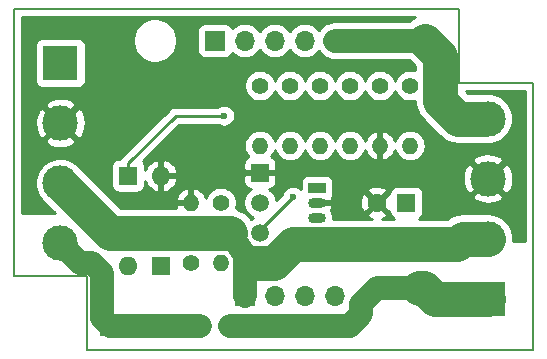
<source format=gbl>
G04 #@! TF.GenerationSoftware,KiCad,Pcbnew,5.1.4+dfsg1-1*
G04 #@! TF.CreationDate,2020-08-30T00:54:54+02:00*
G04 #@! TF.ProjectId,C64Saver2,43363453-6176-4657-9232-2e6b69636164,rev?*
G04 #@! TF.SameCoordinates,Original*
G04 #@! TF.FileFunction,Copper,L2,Bot*
G04 #@! TF.FilePolarity,Positive*
%FSLAX46Y46*%
G04 Gerber Fmt 4.6, Leading zero omitted, Abs format (unit mm)*
G04 Created by KiCad (PCBNEW 5.1.4+dfsg1-1) date 2020-08-30 00:54:54*
%MOMM*%
%LPD*%
G04 APERTURE LIST*
%ADD10C,0.150000*%
%ADD11R,1.600000X1.600000*%
%ADD12C,1.600000*%
%ADD13C,3.000000*%
%ADD14R,3.000000X3.000000*%
%ADD15O,1.600000X1.600000*%
%ADD16O,1.500000X0.900000*%
%ADD17R,1.500000X0.900000*%
%ADD18R,1.700000X1.700000*%
%ADD19O,1.700000X1.700000*%
%ADD20C,1.400000*%
%ADD21O,1.400000X1.400000*%
%ADD22C,1.520000*%
%ADD23R,1.520000X1.520000*%
%ADD24C,0.600000*%
%ADD25C,0.250000*%
%ADD26C,3.000000*%
%ADD27C,2.000000*%
%ADD28C,0.254000*%
G04 APERTURE END LIST*
D10*
X140462000Y-106299000D02*
X140462000Y-83693000D01*
X146685000Y-106299000D02*
X140462000Y-106299000D01*
X146685000Y-112522000D02*
X146685000Y-106299000D01*
X184404000Y-112522000D02*
X146685000Y-112522000D01*
X184404000Y-89916000D02*
X184404000Y-112522000D01*
X178181000Y-89916000D02*
X184404000Y-89916000D01*
X178181000Y-83693000D02*
X178181000Y-89916000D01*
X140462000Y-83693000D02*
X178181000Y-83693000D01*
D11*
X173696000Y-100076000D03*
D12*
X171196000Y-100076000D03*
D13*
X144399000Y-93345000D03*
X144399000Y-98425000D03*
D14*
X144399000Y-88265000D03*
D13*
X144399000Y-103505000D03*
D11*
X152908000Y-105410000D03*
D15*
X152908000Y-97790000D03*
D11*
X150114000Y-97790000D03*
D15*
X150114000Y-105410000D03*
D13*
X180594000Y-103124000D03*
X180594000Y-98044000D03*
D14*
X180594000Y-108204000D03*
D13*
X180594000Y-92964000D03*
D16*
X166116000Y-100076000D03*
X166116000Y-101346000D03*
D17*
X166116000Y-98806000D03*
D18*
X157480000Y-86360000D03*
D19*
X160020000Y-86360000D03*
X162560000Y-86360000D03*
X165100000Y-86360000D03*
X167640000Y-86360000D03*
X170180000Y-86360000D03*
X172720000Y-86360000D03*
X175260000Y-86360000D03*
D18*
X148590000Y-110490000D03*
D19*
X151130000Y-110490000D03*
X153670000Y-110490000D03*
X156210000Y-110490000D03*
X158750000Y-110490000D03*
X161290000Y-110490000D03*
X163830000Y-110490000D03*
X166370000Y-110490000D03*
D18*
X160020000Y-107950000D03*
D19*
X162560000Y-107950000D03*
X165100000Y-107950000D03*
X167640000Y-107950000D03*
D20*
X173990000Y-90170000D03*
D21*
X173990000Y-95250000D03*
D20*
X171450000Y-90170000D03*
D21*
X171450000Y-95250000D03*
D20*
X168910000Y-90170000D03*
D21*
X168910000Y-95250000D03*
D20*
X166370000Y-90170000D03*
D21*
X166370000Y-95250000D03*
D20*
X163830000Y-90170000D03*
D21*
X163830000Y-95250000D03*
D20*
X161290000Y-90170000D03*
D21*
X161290000Y-95250000D03*
D20*
X157988000Y-100076000D03*
D21*
X157988000Y-105156000D03*
D20*
X155448000Y-105156000D03*
D21*
X155448000Y-100076000D03*
D22*
X161290000Y-100076000D03*
X161290000Y-102616000D03*
D23*
X161290000Y-97536000D03*
D24*
X158242000Y-92710000D03*
X164084000Y-99568000D03*
D25*
X150114000Y-97790000D02*
X150114000Y-96740000D01*
X150114000Y-96740000D02*
X154144000Y-92710000D01*
X154144000Y-92710000D02*
X157817736Y-92710000D01*
X157817736Y-92710000D02*
X158242000Y-92710000D01*
D26*
X176530000Y-91440000D02*
X176530000Y-87630000D01*
X176530000Y-87630000D02*
X175260000Y-86360000D01*
X178054000Y-92964000D02*
X176530000Y-91440000D01*
X180213000Y-92964000D02*
X178054000Y-92964000D01*
D27*
X170180000Y-86360000D02*
X167640000Y-86360000D01*
X172720000Y-86360000D02*
X170180000Y-86360000D01*
X175260000Y-86360000D02*
X172720000Y-86360000D01*
D25*
X164084000Y-99568000D02*
X161290000Y-102362000D01*
X161290000Y-102362000D02*
X161290000Y-102616000D01*
D27*
X171175959Y-107312619D02*
X174752000Y-107312619D01*
X174752000Y-107312619D02*
X175821619Y-107312619D01*
D26*
X180594000Y-108204000D02*
X176094000Y-108204000D01*
X175202619Y-107312619D02*
X174752000Y-107312619D01*
X176094000Y-108204000D02*
X175202619Y-107312619D01*
D27*
X161290000Y-110490000D02*
X158750000Y-110490000D01*
X163830000Y-110490000D02*
X161290000Y-110490000D01*
X166370000Y-110490000D02*
X163830000Y-110490000D01*
X166370000Y-110490000D02*
X168910000Y-110490000D01*
X168910000Y-110490000D02*
X169849959Y-109550041D01*
X169849959Y-109550041D02*
X169849959Y-108638619D01*
X169849959Y-108638619D02*
X171175959Y-107312619D01*
X175821619Y-107312619D02*
X176713000Y-108204000D01*
X176713000Y-108204000D02*
X180213000Y-108204000D01*
X158729999Y-102655999D02*
X160488001Y-105176001D01*
D26*
X144399000Y-98425000D02*
X148629999Y-102655999D01*
X148629999Y-102655999D02*
X157480000Y-102655999D01*
X157480000Y-102655999D02*
X158729999Y-102655999D01*
D27*
X160488001Y-105176001D02*
X160404001Y-104676001D01*
D26*
X180594000Y-103124000D02*
X178472680Y-103124000D01*
X178472680Y-103124000D02*
X178000670Y-103596010D01*
X178000670Y-103596010D02*
X164098792Y-103596010D01*
X164098792Y-103596010D02*
X162518801Y-105176001D01*
X162518801Y-105176001D02*
X160488001Y-105176001D01*
D27*
X160020000Y-107950000D02*
X160020000Y-105100000D01*
X160020000Y-105100000D02*
X160404001Y-104715999D01*
X160404001Y-104715999D02*
X160404001Y-104676001D01*
X144399000Y-103505000D02*
X146050000Y-105156000D01*
X146050000Y-105156000D02*
X147066000Y-105156000D01*
X147066000Y-105156000D02*
X147955000Y-106045000D01*
X147955000Y-106045000D02*
X147955000Y-109855000D01*
X147955000Y-109855000D02*
X148590000Y-110490000D01*
X151130000Y-110490000D02*
X148590000Y-110490000D01*
X153670000Y-110490000D02*
X151130000Y-110490000D01*
X156210000Y-110490000D02*
X153670000Y-110490000D01*
D28*
G36*
X174068119Y-84576224D02*
G01*
X173886835Y-84725000D01*
X167559678Y-84725000D01*
X167319484Y-84748657D01*
X167011285Y-84842148D01*
X166727248Y-84993969D01*
X166478286Y-85198286D01*
X166273969Y-85447248D01*
X166273186Y-85448713D01*
X166155134Y-85304866D01*
X165929014Y-85119294D01*
X165671034Y-84981401D01*
X165391111Y-84896487D01*
X165172950Y-84875000D01*
X165027050Y-84875000D01*
X164808889Y-84896487D01*
X164528966Y-84981401D01*
X164270986Y-85119294D01*
X164044866Y-85304866D01*
X163859294Y-85530986D01*
X163830000Y-85585791D01*
X163800706Y-85530986D01*
X163615134Y-85304866D01*
X163389014Y-85119294D01*
X163131034Y-84981401D01*
X162851111Y-84896487D01*
X162632950Y-84875000D01*
X162487050Y-84875000D01*
X162268889Y-84896487D01*
X161988966Y-84981401D01*
X161730986Y-85119294D01*
X161504866Y-85304866D01*
X161319294Y-85530986D01*
X161290000Y-85585791D01*
X161260706Y-85530986D01*
X161075134Y-85304866D01*
X160849014Y-85119294D01*
X160591034Y-84981401D01*
X160311111Y-84896487D01*
X160092950Y-84875000D01*
X159947050Y-84875000D01*
X159728889Y-84896487D01*
X159448966Y-84981401D01*
X159190986Y-85119294D01*
X158964866Y-85304866D01*
X158940393Y-85334687D01*
X158919502Y-85265820D01*
X158860537Y-85155506D01*
X158781185Y-85058815D01*
X158684494Y-84979463D01*
X158574180Y-84920498D01*
X158454482Y-84884188D01*
X158330000Y-84871928D01*
X156630000Y-84871928D01*
X156505518Y-84884188D01*
X156385820Y-84920498D01*
X156275506Y-84979463D01*
X156178815Y-85058815D01*
X156099463Y-85155506D01*
X156040498Y-85265820D01*
X156004188Y-85385518D01*
X155991928Y-85510000D01*
X155991928Y-87210000D01*
X156004188Y-87334482D01*
X156040498Y-87454180D01*
X156099463Y-87564494D01*
X156178815Y-87661185D01*
X156275506Y-87740537D01*
X156385820Y-87799502D01*
X156505518Y-87835812D01*
X156630000Y-87848072D01*
X158330000Y-87848072D01*
X158454482Y-87835812D01*
X158574180Y-87799502D01*
X158684494Y-87740537D01*
X158781185Y-87661185D01*
X158860537Y-87564494D01*
X158919502Y-87454180D01*
X158940393Y-87385313D01*
X158964866Y-87415134D01*
X159190986Y-87600706D01*
X159448966Y-87738599D01*
X159728889Y-87823513D01*
X159947050Y-87845000D01*
X160092950Y-87845000D01*
X160311111Y-87823513D01*
X160591034Y-87738599D01*
X160849014Y-87600706D01*
X161075134Y-87415134D01*
X161260706Y-87189014D01*
X161290000Y-87134209D01*
X161319294Y-87189014D01*
X161504866Y-87415134D01*
X161730986Y-87600706D01*
X161988966Y-87738599D01*
X162268889Y-87823513D01*
X162487050Y-87845000D01*
X162632950Y-87845000D01*
X162851111Y-87823513D01*
X163131034Y-87738599D01*
X163389014Y-87600706D01*
X163615134Y-87415134D01*
X163800706Y-87189014D01*
X163830000Y-87134209D01*
X163859294Y-87189014D01*
X164044866Y-87415134D01*
X164270986Y-87600706D01*
X164528966Y-87738599D01*
X164808889Y-87823513D01*
X165027050Y-87845000D01*
X165172950Y-87845000D01*
X165391111Y-87823513D01*
X165671034Y-87738599D01*
X165929014Y-87600706D01*
X166155134Y-87415134D01*
X166273186Y-87271287D01*
X166273969Y-87272752D01*
X166478286Y-87521714D01*
X166727248Y-87726031D01*
X167011285Y-87877852D01*
X167319484Y-87971343D01*
X167559678Y-87995000D01*
X173875655Y-87995000D01*
X174395001Y-88514346D01*
X174395001Y-88892764D01*
X174379405Y-88886304D01*
X174121486Y-88835000D01*
X173858514Y-88835000D01*
X173600595Y-88886304D01*
X173357641Y-88986939D01*
X173138987Y-89133038D01*
X172953038Y-89318987D01*
X172806939Y-89537641D01*
X172720000Y-89747530D01*
X172633061Y-89537641D01*
X172486962Y-89318987D01*
X172301013Y-89133038D01*
X172082359Y-88986939D01*
X171839405Y-88886304D01*
X171581486Y-88835000D01*
X171318514Y-88835000D01*
X171060595Y-88886304D01*
X170817641Y-88986939D01*
X170598987Y-89133038D01*
X170413038Y-89318987D01*
X170266939Y-89537641D01*
X170180000Y-89747530D01*
X170093061Y-89537641D01*
X169946962Y-89318987D01*
X169761013Y-89133038D01*
X169542359Y-88986939D01*
X169299405Y-88886304D01*
X169041486Y-88835000D01*
X168778514Y-88835000D01*
X168520595Y-88886304D01*
X168277641Y-88986939D01*
X168058987Y-89133038D01*
X167873038Y-89318987D01*
X167726939Y-89537641D01*
X167640000Y-89747530D01*
X167553061Y-89537641D01*
X167406962Y-89318987D01*
X167221013Y-89133038D01*
X167002359Y-88986939D01*
X166759405Y-88886304D01*
X166501486Y-88835000D01*
X166238514Y-88835000D01*
X165980595Y-88886304D01*
X165737641Y-88986939D01*
X165518987Y-89133038D01*
X165333038Y-89318987D01*
X165186939Y-89537641D01*
X165100000Y-89747530D01*
X165013061Y-89537641D01*
X164866962Y-89318987D01*
X164681013Y-89133038D01*
X164462359Y-88986939D01*
X164219405Y-88886304D01*
X163961486Y-88835000D01*
X163698514Y-88835000D01*
X163440595Y-88886304D01*
X163197641Y-88986939D01*
X162978987Y-89133038D01*
X162793038Y-89318987D01*
X162646939Y-89537641D01*
X162560000Y-89747530D01*
X162473061Y-89537641D01*
X162326962Y-89318987D01*
X162141013Y-89133038D01*
X161922359Y-88986939D01*
X161679405Y-88886304D01*
X161421486Y-88835000D01*
X161158514Y-88835000D01*
X160900595Y-88886304D01*
X160657641Y-88986939D01*
X160438987Y-89133038D01*
X160253038Y-89318987D01*
X160106939Y-89537641D01*
X160006304Y-89780595D01*
X159955000Y-90038514D01*
X159955000Y-90301486D01*
X160006304Y-90559405D01*
X160106939Y-90802359D01*
X160253038Y-91021013D01*
X160438987Y-91206962D01*
X160657641Y-91353061D01*
X160900595Y-91453696D01*
X161158514Y-91505000D01*
X161421486Y-91505000D01*
X161679405Y-91453696D01*
X161922359Y-91353061D01*
X162141013Y-91206962D01*
X162326962Y-91021013D01*
X162473061Y-90802359D01*
X162560000Y-90592470D01*
X162646939Y-90802359D01*
X162793038Y-91021013D01*
X162978987Y-91206962D01*
X163197641Y-91353061D01*
X163440595Y-91453696D01*
X163698514Y-91505000D01*
X163961486Y-91505000D01*
X164219405Y-91453696D01*
X164462359Y-91353061D01*
X164681013Y-91206962D01*
X164866962Y-91021013D01*
X165013061Y-90802359D01*
X165100000Y-90592470D01*
X165186939Y-90802359D01*
X165333038Y-91021013D01*
X165518987Y-91206962D01*
X165737641Y-91353061D01*
X165980595Y-91453696D01*
X166238514Y-91505000D01*
X166501486Y-91505000D01*
X166759405Y-91453696D01*
X167002359Y-91353061D01*
X167221013Y-91206962D01*
X167406962Y-91021013D01*
X167553061Y-90802359D01*
X167640000Y-90592470D01*
X167726939Y-90802359D01*
X167873038Y-91021013D01*
X168058987Y-91206962D01*
X168277641Y-91353061D01*
X168520595Y-91453696D01*
X168778514Y-91505000D01*
X169041486Y-91505000D01*
X169299405Y-91453696D01*
X169542359Y-91353061D01*
X169761013Y-91206962D01*
X169946962Y-91021013D01*
X170093061Y-90802359D01*
X170180000Y-90592470D01*
X170266939Y-90802359D01*
X170413038Y-91021013D01*
X170598987Y-91206962D01*
X170817641Y-91353061D01*
X171060595Y-91453696D01*
X171318514Y-91505000D01*
X171581486Y-91505000D01*
X171839405Y-91453696D01*
X172082359Y-91353061D01*
X172301013Y-91206962D01*
X172486962Y-91021013D01*
X172633061Y-90802359D01*
X172720000Y-90592470D01*
X172806939Y-90802359D01*
X172953038Y-91021013D01*
X173138987Y-91206962D01*
X173357641Y-91353061D01*
X173600595Y-91453696D01*
X173858514Y-91505000D01*
X174121486Y-91505000D01*
X174379405Y-91453696D01*
X174385761Y-91451063D01*
X174395000Y-91544872D01*
X174395000Y-91544881D01*
X174425892Y-91858532D01*
X174547974Y-92260981D01*
X174746223Y-92631881D01*
X175013023Y-92956977D01*
X175094492Y-93023837D01*
X176470167Y-94399513D01*
X176537023Y-94480977D01*
X176618487Y-94547833D01*
X176618489Y-94547835D01*
X176709302Y-94622363D01*
X176862119Y-94747777D01*
X177233018Y-94946026D01*
X177635467Y-95068108D01*
X177949118Y-95099000D01*
X177949127Y-95099000D01*
X178053999Y-95109329D01*
X178158871Y-95099000D01*
X180317882Y-95099000D01*
X180361917Y-95094663D01*
X180383721Y-95099000D01*
X180804279Y-95099000D01*
X181216756Y-95016953D01*
X181605302Y-94856012D01*
X181954983Y-94622363D01*
X182252363Y-94324983D01*
X182486012Y-93975302D01*
X182646953Y-93586756D01*
X182729000Y-93174279D01*
X182729000Y-92753721D01*
X182646953Y-92341244D01*
X182486012Y-91952698D01*
X182252363Y-91603017D01*
X181954983Y-91305637D01*
X181605302Y-91071988D01*
X181216756Y-90911047D01*
X180804279Y-90829000D01*
X180383721Y-90829000D01*
X180361917Y-90833337D01*
X180317882Y-90829000D01*
X178938346Y-90829000D01*
X178735345Y-90626000D01*
X183694000Y-90626000D01*
X183694001Y-103373061D01*
X182722160Y-103368664D01*
X182729000Y-103334279D01*
X182729000Y-103228882D01*
X182739330Y-103124000D01*
X182729000Y-103019118D01*
X182729000Y-102913721D01*
X182708438Y-102810349D01*
X182698108Y-102705467D01*
X182667515Y-102604616D01*
X182646953Y-102501244D01*
X182606619Y-102403869D01*
X182576026Y-102303018D01*
X182526346Y-102210073D01*
X182486012Y-102112698D01*
X182427457Y-102025064D01*
X182377777Y-101932119D01*
X182310919Y-101850653D01*
X182252363Y-101763017D01*
X182177833Y-101688487D01*
X182110977Y-101607023D01*
X182029513Y-101540167D01*
X181954983Y-101465637D01*
X181867347Y-101407081D01*
X181785881Y-101340223D01*
X181692936Y-101290543D01*
X181605302Y-101231988D01*
X181507927Y-101191654D01*
X181414982Y-101141974D01*
X181314131Y-101111381D01*
X181216756Y-101071047D01*
X181113384Y-101050485D01*
X181012533Y-101019892D01*
X180907651Y-101009562D01*
X180804279Y-100989000D01*
X178577552Y-100989000D01*
X178472680Y-100978671D01*
X178367808Y-100989000D01*
X178367798Y-100989000D01*
X178054147Y-101019892D01*
X177651698Y-101141974D01*
X177280799Y-101340223D01*
X177133620Y-101461010D01*
X174748584Y-101461010D01*
X174850494Y-101406537D01*
X174947185Y-101327185D01*
X175026537Y-101230494D01*
X175085502Y-101120180D01*
X175121812Y-101000482D01*
X175134072Y-100876000D01*
X175134072Y-99535653D01*
X179281952Y-99535653D01*
X179437962Y-99851214D01*
X179812745Y-100042020D01*
X180217551Y-100156044D01*
X180636824Y-100188902D01*
X181054451Y-100139334D01*
X181454383Y-100009243D01*
X181750038Y-99851214D01*
X181906048Y-99535653D01*
X180594000Y-98223605D01*
X179281952Y-99535653D01*
X175134072Y-99535653D01*
X175134072Y-99276000D01*
X175121812Y-99151518D01*
X175085502Y-99031820D01*
X175026537Y-98921506D01*
X174947185Y-98824815D01*
X174850494Y-98745463D01*
X174740180Y-98686498D01*
X174620482Y-98650188D01*
X174496000Y-98637928D01*
X172896000Y-98637928D01*
X172771518Y-98650188D01*
X172651820Y-98686498D01*
X172541506Y-98745463D01*
X172444815Y-98824815D01*
X172365463Y-98921506D01*
X172306498Y-99031820D01*
X172270188Y-99151518D01*
X172257928Y-99276000D01*
X172257928Y-99283215D01*
X172188702Y-99262903D01*
X171375605Y-100076000D01*
X172188702Y-100889097D01*
X172257928Y-100868785D01*
X172257928Y-100876000D01*
X172270188Y-101000482D01*
X172306498Y-101120180D01*
X172365463Y-101230494D01*
X172444815Y-101327185D01*
X172541506Y-101406537D01*
X172643416Y-101461010D01*
X171584654Y-101461010D01*
X171812292Y-101379603D01*
X171937514Y-101312671D01*
X172009097Y-101068702D01*
X171196000Y-100255605D01*
X170382903Y-101068702D01*
X170454486Y-101312671D01*
X170709996Y-101433571D01*
X170819461Y-101461010D01*
X167494921Y-101461010D01*
X167506249Y-101346000D01*
X167485300Y-101133303D01*
X167423259Y-100928780D01*
X167322509Y-100740290D01*
X167299463Y-100712208D01*
X167388702Y-100573197D01*
X167460408Y-100370001D01*
X167333502Y-100203000D01*
X166243000Y-100203000D01*
X166243000Y-100223000D01*
X165989000Y-100223000D01*
X165989000Y-100203000D01*
X165969000Y-100203000D01*
X165969000Y-100146512D01*
X169755783Y-100146512D01*
X169797213Y-100426130D01*
X169892397Y-100692292D01*
X169959329Y-100817514D01*
X170203298Y-100889097D01*
X171016395Y-100076000D01*
X170203298Y-99262903D01*
X169959329Y-99334486D01*
X169838429Y-99589996D01*
X169769700Y-99864184D01*
X169755783Y-100146512D01*
X165969000Y-100146512D01*
X165969000Y-99949000D01*
X165989000Y-99949000D01*
X165989000Y-99929000D01*
X166243000Y-99929000D01*
X166243000Y-99949000D01*
X167333502Y-99949000D01*
X167460408Y-99781999D01*
X167398554Y-99606721D01*
X167455502Y-99500180D01*
X167491812Y-99380482D01*
X167504072Y-99256000D01*
X167504072Y-99083298D01*
X170382903Y-99083298D01*
X171196000Y-99896395D01*
X172009097Y-99083298D01*
X171937514Y-98839329D01*
X171682004Y-98718429D01*
X171407816Y-98649700D01*
X171125488Y-98635783D01*
X170845870Y-98677213D01*
X170579708Y-98772397D01*
X170454486Y-98839329D01*
X170382903Y-99083298D01*
X167504072Y-99083298D01*
X167504072Y-98356000D01*
X167491812Y-98231518D01*
X167455502Y-98111820D01*
X167442142Y-98086824D01*
X178449098Y-98086824D01*
X178498666Y-98504451D01*
X178628757Y-98904383D01*
X178786786Y-99200038D01*
X179102347Y-99356048D01*
X180414395Y-98044000D01*
X180773605Y-98044000D01*
X182085653Y-99356048D01*
X182401214Y-99200038D01*
X182592020Y-98825255D01*
X182706044Y-98420449D01*
X182738902Y-98001176D01*
X182689334Y-97583549D01*
X182559243Y-97183617D01*
X182401214Y-96887962D01*
X182085653Y-96731952D01*
X180773605Y-98044000D01*
X180414395Y-98044000D01*
X179102347Y-96731952D01*
X178786786Y-96887962D01*
X178595980Y-97262745D01*
X178481956Y-97667551D01*
X178449098Y-98086824D01*
X167442142Y-98086824D01*
X167396537Y-98001506D01*
X167317185Y-97904815D01*
X167220494Y-97825463D01*
X167110180Y-97766498D01*
X166990482Y-97730188D01*
X166866000Y-97717928D01*
X165366000Y-97717928D01*
X165241518Y-97730188D01*
X165121820Y-97766498D01*
X165011506Y-97825463D01*
X164914815Y-97904815D01*
X164835463Y-98001506D01*
X164776498Y-98111820D01*
X164740188Y-98231518D01*
X164727928Y-98356000D01*
X164727928Y-98889638D01*
X164680028Y-98841738D01*
X164526889Y-98739414D01*
X164356729Y-98668932D01*
X164176089Y-98633000D01*
X163991911Y-98633000D01*
X163811271Y-98668932D01*
X163641111Y-98739414D01*
X163487972Y-98841738D01*
X163357738Y-98971972D01*
X163255414Y-99125111D01*
X163184932Y-99295271D01*
X163160847Y-99416351D01*
X162677301Y-99899898D01*
X162631391Y-99669093D01*
X162526233Y-99415220D01*
X162373567Y-99186739D01*
X162179261Y-98992433D01*
X162086533Y-98930474D01*
X162174482Y-98921812D01*
X162294180Y-98885502D01*
X162404494Y-98826537D01*
X162501185Y-98747185D01*
X162580537Y-98650494D01*
X162639502Y-98540180D01*
X162675812Y-98420482D01*
X162688072Y-98296000D01*
X162685000Y-97821750D01*
X162526250Y-97663000D01*
X161417000Y-97663000D01*
X161417000Y-97683000D01*
X161163000Y-97683000D01*
X161163000Y-97663000D01*
X160053750Y-97663000D01*
X159895000Y-97821750D01*
X159891928Y-98296000D01*
X159904188Y-98420482D01*
X159940498Y-98540180D01*
X159999463Y-98650494D01*
X160078815Y-98747185D01*
X160175506Y-98826537D01*
X160285820Y-98885502D01*
X160405518Y-98921812D01*
X160493467Y-98930474D01*
X160400739Y-98992433D01*
X160206433Y-99186739D01*
X160053767Y-99415220D01*
X159948609Y-99669093D01*
X159895000Y-99938604D01*
X159895000Y-100213396D01*
X159948609Y-100482907D01*
X160053767Y-100736780D01*
X160206433Y-100965261D01*
X160400739Y-101159567D01*
X160629220Y-101312233D01*
X160710740Y-101346000D01*
X160629220Y-101379767D01*
X160509952Y-101459459D01*
X160246976Y-101139022D01*
X159921880Y-100872222D01*
X159550981Y-100673973D01*
X159226123Y-100575428D01*
X159271696Y-100465405D01*
X159323000Y-100207486D01*
X159323000Y-99944514D01*
X159271696Y-99686595D01*
X159171061Y-99443641D01*
X159024962Y-99224987D01*
X158839013Y-99039038D01*
X158620359Y-98892939D01*
X158377405Y-98792304D01*
X158119486Y-98741000D01*
X157856514Y-98741000D01*
X157598595Y-98792304D01*
X157355641Y-98892939D01*
X157136987Y-99039038D01*
X156951038Y-99224987D01*
X156804939Y-99443641D01*
X156712757Y-99666187D01*
X156650853Y-99496877D01*
X156514759Y-99273340D01*
X156337670Y-99080649D01*
X156126392Y-98926208D01*
X155889044Y-98815953D01*
X155781329Y-98783284D01*
X155575000Y-98906626D01*
X155575000Y-99949000D01*
X155595000Y-99949000D01*
X155595000Y-100203000D01*
X155575000Y-100203000D01*
X155575000Y-100223000D01*
X155321000Y-100223000D01*
X155321000Y-100203000D01*
X154277799Y-100203000D01*
X154155278Y-100409330D01*
X154196107Y-100520999D01*
X149514345Y-100520999D01*
X148736016Y-99742670D01*
X154155278Y-99742670D01*
X154277799Y-99949000D01*
X155321000Y-99949000D01*
X155321000Y-98906626D01*
X155114671Y-98783284D01*
X155006956Y-98815953D01*
X154769608Y-98926208D01*
X154558330Y-99080649D01*
X154381241Y-99273340D01*
X154245147Y-99496877D01*
X154155278Y-99742670D01*
X148736016Y-99742670D01*
X146057365Y-97064020D01*
X146057363Y-97064017D01*
X145983346Y-96990000D01*
X148675928Y-96990000D01*
X148675928Y-98590000D01*
X148688188Y-98714482D01*
X148724498Y-98834180D01*
X148783463Y-98944494D01*
X148862815Y-99041185D01*
X148959506Y-99120537D01*
X149069820Y-99179502D01*
X149189518Y-99215812D01*
X149314000Y-99228072D01*
X150914000Y-99228072D01*
X151038482Y-99215812D01*
X151158180Y-99179502D01*
X151268494Y-99120537D01*
X151365185Y-99041185D01*
X151444537Y-98944494D01*
X151503502Y-98834180D01*
X151539812Y-98714482D01*
X151552072Y-98590000D01*
X151552072Y-98239518D01*
X151610930Y-98403881D01*
X151755615Y-98645131D01*
X151944586Y-98853519D01*
X152170580Y-99021037D01*
X152424913Y-99141246D01*
X152558961Y-99181904D01*
X152781000Y-99059915D01*
X152781000Y-97917000D01*
X153035000Y-97917000D01*
X153035000Y-99059915D01*
X153257039Y-99181904D01*
X153391087Y-99141246D01*
X153645420Y-99021037D01*
X153871414Y-98853519D01*
X154060385Y-98645131D01*
X154205070Y-98403881D01*
X154299909Y-98139040D01*
X154178624Y-97917000D01*
X153035000Y-97917000D01*
X152781000Y-97917000D01*
X152761000Y-97917000D01*
X152761000Y-97663000D01*
X152781000Y-97663000D01*
X152781000Y-96520085D01*
X153035000Y-96520085D01*
X153035000Y-97663000D01*
X154178624Y-97663000D01*
X154299909Y-97440960D01*
X154205070Y-97176119D01*
X154060385Y-96934869D01*
X153916319Y-96776000D01*
X159891928Y-96776000D01*
X159895000Y-97250250D01*
X160053750Y-97409000D01*
X161163000Y-97409000D01*
X161163000Y-97389000D01*
X161417000Y-97389000D01*
X161417000Y-97409000D01*
X162526250Y-97409000D01*
X162685000Y-97250250D01*
X162688072Y-96776000D01*
X162675812Y-96651518D01*
X162639502Y-96531820D01*
X162580537Y-96421506D01*
X162501185Y-96324815D01*
X162404494Y-96245463D01*
X162294180Y-96186498D01*
X162257565Y-96175391D01*
X162405382Y-95995275D01*
X162529347Y-95763354D01*
X162560000Y-95662304D01*
X162590653Y-95763354D01*
X162714618Y-95995275D01*
X162881445Y-96198555D01*
X163084725Y-96365382D01*
X163316646Y-96489347D01*
X163568294Y-96565683D01*
X163764421Y-96585000D01*
X163895579Y-96585000D01*
X164091706Y-96565683D01*
X164343354Y-96489347D01*
X164575275Y-96365382D01*
X164778555Y-96198555D01*
X164945382Y-95995275D01*
X165069347Y-95763354D01*
X165100000Y-95662304D01*
X165130653Y-95763354D01*
X165254618Y-95995275D01*
X165421445Y-96198555D01*
X165624725Y-96365382D01*
X165856646Y-96489347D01*
X166108294Y-96565683D01*
X166304421Y-96585000D01*
X166435579Y-96585000D01*
X166631706Y-96565683D01*
X166883354Y-96489347D01*
X167115275Y-96365382D01*
X167318555Y-96198555D01*
X167485382Y-95995275D01*
X167609347Y-95763354D01*
X167640000Y-95662304D01*
X167670653Y-95763354D01*
X167794618Y-95995275D01*
X167961445Y-96198555D01*
X168164725Y-96365382D01*
X168396646Y-96489347D01*
X168648294Y-96565683D01*
X168844421Y-96585000D01*
X168975579Y-96585000D01*
X169171706Y-96565683D01*
X169423354Y-96489347D01*
X169655275Y-96365382D01*
X169858555Y-96198555D01*
X170025382Y-95995275D01*
X170149347Y-95763354D01*
X170182790Y-95653106D01*
X170247147Y-95829123D01*
X170383241Y-96052660D01*
X170560330Y-96245351D01*
X170771608Y-96399792D01*
X171008956Y-96510047D01*
X171116671Y-96542716D01*
X171323000Y-96419374D01*
X171323000Y-95377000D01*
X171303000Y-95377000D01*
X171303000Y-95123000D01*
X171323000Y-95123000D01*
X171323000Y-94080626D01*
X171577000Y-94080626D01*
X171577000Y-95123000D01*
X171597000Y-95123000D01*
X171597000Y-95377000D01*
X171577000Y-95377000D01*
X171577000Y-96419374D01*
X171783329Y-96542716D01*
X171891044Y-96510047D01*
X172128392Y-96399792D01*
X172339670Y-96245351D01*
X172516759Y-96052660D01*
X172652853Y-95829123D01*
X172717210Y-95653106D01*
X172750653Y-95763354D01*
X172874618Y-95995275D01*
X173041445Y-96198555D01*
X173244725Y-96365382D01*
X173476646Y-96489347D01*
X173728294Y-96565683D01*
X173924421Y-96585000D01*
X174055579Y-96585000D01*
X174251706Y-96565683D01*
X174295669Y-96552347D01*
X179281952Y-96552347D01*
X180594000Y-97864395D01*
X181906048Y-96552347D01*
X181750038Y-96236786D01*
X181375255Y-96045980D01*
X180970449Y-95931956D01*
X180551176Y-95899098D01*
X180133549Y-95948666D01*
X179733617Y-96078757D01*
X179437962Y-96236786D01*
X179281952Y-96552347D01*
X174295669Y-96552347D01*
X174503354Y-96489347D01*
X174735275Y-96365382D01*
X174938555Y-96198555D01*
X175105382Y-95995275D01*
X175229347Y-95763354D01*
X175305683Y-95511706D01*
X175331459Y-95250000D01*
X175305683Y-94988294D01*
X175229347Y-94736646D01*
X175105382Y-94504725D01*
X174938555Y-94301445D01*
X174735275Y-94134618D01*
X174503354Y-94010653D01*
X174251706Y-93934317D01*
X174055579Y-93915000D01*
X173924421Y-93915000D01*
X173728294Y-93934317D01*
X173476646Y-94010653D01*
X173244725Y-94134618D01*
X173041445Y-94301445D01*
X172874618Y-94504725D01*
X172750653Y-94736646D01*
X172717210Y-94846894D01*
X172652853Y-94670877D01*
X172516759Y-94447340D01*
X172339670Y-94254649D01*
X172128392Y-94100208D01*
X171891044Y-93989953D01*
X171783329Y-93957284D01*
X171577000Y-94080626D01*
X171323000Y-94080626D01*
X171116671Y-93957284D01*
X171008956Y-93989953D01*
X170771608Y-94100208D01*
X170560330Y-94254649D01*
X170383241Y-94447340D01*
X170247147Y-94670877D01*
X170182790Y-94846894D01*
X170149347Y-94736646D01*
X170025382Y-94504725D01*
X169858555Y-94301445D01*
X169655275Y-94134618D01*
X169423354Y-94010653D01*
X169171706Y-93934317D01*
X168975579Y-93915000D01*
X168844421Y-93915000D01*
X168648294Y-93934317D01*
X168396646Y-94010653D01*
X168164725Y-94134618D01*
X167961445Y-94301445D01*
X167794618Y-94504725D01*
X167670653Y-94736646D01*
X167640000Y-94837696D01*
X167609347Y-94736646D01*
X167485382Y-94504725D01*
X167318555Y-94301445D01*
X167115275Y-94134618D01*
X166883354Y-94010653D01*
X166631706Y-93934317D01*
X166435579Y-93915000D01*
X166304421Y-93915000D01*
X166108294Y-93934317D01*
X165856646Y-94010653D01*
X165624725Y-94134618D01*
X165421445Y-94301445D01*
X165254618Y-94504725D01*
X165130653Y-94736646D01*
X165100000Y-94837696D01*
X165069347Y-94736646D01*
X164945382Y-94504725D01*
X164778555Y-94301445D01*
X164575275Y-94134618D01*
X164343354Y-94010653D01*
X164091706Y-93934317D01*
X163895579Y-93915000D01*
X163764421Y-93915000D01*
X163568294Y-93934317D01*
X163316646Y-94010653D01*
X163084725Y-94134618D01*
X162881445Y-94301445D01*
X162714618Y-94504725D01*
X162590653Y-94736646D01*
X162560000Y-94837696D01*
X162529347Y-94736646D01*
X162405382Y-94504725D01*
X162238555Y-94301445D01*
X162035275Y-94134618D01*
X161803354Y-94010653D01*
X161551706Y-93934317D01*
X161355579Y-93915000D01*
X161224421Y-93915000D01*
X161028294Y-93934317D01*
X160776646Y-94010653D01*
X160544725Y-94134618D01*
X160341445Y-94301445D01*
X160174618Y-94504725D01*
X160050653Y-94736646D01*
X159974317Y-94988294D01*
X159948541Y-95250000D01*
X159974317Y-95511706D01*
X160050653Y-95763354D01*
X160174618Y-95995275D01*
X160322435Y-96175391D01*
X160285820Y-96186498D01*
X160175506Y-96245463D01*
X160078815Y-96324815D01*
X159999463Y-96421506D01*
X159940498Y-96531820D01*
X159904188Y-96651518D01*
X159891928Y-96776000D01*
X153916319Y-96776000D01*
X153871414Y-96726481D01*
X153645420Y-96558963D01*
X153391087Y-96438754D01*
X153257039Y-96398096D01*
X153035000Y-96520085D01*
X152781000Y-96520085D01*
X152558961Y-96398096D01*
X152424913Y-96438754D01*
X152170580Y-96558963D01*
X151944586Y-96726481D01*
X151755615Y-96934869D01*
X151610930Y-97176119D01*
X151552072Y-97340482D01*
X151552072Y-96990000D01*
X151539812Y-96865518D01*
X151503502Y-96745820D01*
X151444537Y-96635506D01*
X151376364Y-96552437D01*
X154458802Y-93470000D01*
X157696465Y-93470000D01*
X157799111Y-93538586D01*
X157969271Y-93609068D01*
X158149911Y-93645000D01*
X158334089Y-93645000D01*
X158514729Y-93609068D01*
X158684889Y-93538586D01*
X158838028Y-93436262D01*
X158968262Y-93306028D01*
X159070586Y-93152889D01*
X159141068Y-92982729D01*
X159177000Y-92802089D01*
X159177000Y-92617911D01*
X159141068Y-92437271D01*
X159070586Y-92267111D01*
X158968262Y-92113972D01*
X158838028Y-91983738D01*
X158684889Y-91881414D01*
X158514729Y-91810932D01*
X158334089Y-91775000D01*
X158149911Y-91775000D01*
X157969271Y-91810932D01*
X157799111Y-91881414D01*
X157696465Y-91950000D01*
X154181325Y-91950000D01*
X154144000Y-91946324D01*
X154106675Y-91950000D01*
X154106667Y-91950000D01*
X153995014Y-91960997D01*
X153851753Y-92004454D01*
X153719724Y-92075026D01*
X153603999Y-92169999D01*
X153580201Y-92198997D01*
X149602998Y-96176201D01*
X149574000Y-96199999D01*
X149550202Y-96228997D01*
X149550201Y-96228998D01*
X149479026Y-96315724D01*
X149459674Y-96351928D01*
X149314000Y-96351928D01*
X149189518Y-96364188D01*
X149069820Y-96400498D01*
X148959506Y-96459463D01*
X148862815Y-96538815D01*
X148783463Y-96635506D01*
X148724498Y-96745820D01*
X148688188Y-96865518D01*
X148675928Y-96990000D01*
X145983346Y-96990000D01*
X145759983Y-96766637D01*
X145672342Y-96708077D01*
X145590881Y-96641224D01*
X145497943Y-96591548D01*
X145410302Y-96532988D01*
X145312919Y-96492650D01*
X145219982Y-96442975D01*
X145119140Y-96412385D01*
X145021756Y-96372047D01*
X144918375Y-96351483D01*
X144817533Y-96320893D01*
X144712661Y-96310564D01*
X144609279Y-96290000D01*
X144503872Y-96290000D01*
X144399000Y-96279671D01*
X144294128Y-96290000D01*
X144188721Y-96290000D01*
X144085339Y-96310564D01*
X143980467Y-96320893D01*
X143879625Y-96351483D01*
X143776244Y-96372047D01*
X143678860Y-96412385D01*
X143578018Y-96442975D01*
X143485081Y-96492650D01*
X143387698Y-96532988D01*
X143300057Y-96591548D01*
X143207119Y-96641224D01*
X143125658Y-96708077D01*
X143038017Y-96766637D01*
X142963485Y-96841169D01*
X142882023Y-96908023D01*
X142815169Y-96989485D01*
X142740637Y-97064017D01*
X142682077Y-97151658D01*
X142615224Y-97233119D01*
X142565548Y-97326057D01*
X142506988Y-97413698D01*
X142466650Y-97511081D01*
X142416975Y-97604018D01*
X142386385Y-97704860D01*
X142346047Y-97802244D01*
X142325483Y-97905625D01*
X142294893Y-98006467D01*
X142284564Y-98111339D01*
X142264000Y-98214721D01*
X142264000Y-98320128D01*
X142253671Y-98425000D01*
X142264000Y-98529872D01*
X142264000Y-98635279D01*
X142284564Y-98738661D01*
X142294893Y-98843533D01*
X142325483Y-98944375D01*
X142346047Y-99047756D01*
X142386385Y-99145140D01*
X142416975Y-99245982D01*
X142466650Y-99338919D01*
X142506988Y-99436302D01*
X142565548Y-99523943D01*
X142615224Y-99616881D01*
X142682077Y-99698342D01*
X142740637Y-99785983D01*
X143038017Y-100083363D01*
X143038020Y-100083365D01*
X143919655Y-100965000D01*
X141172000Y-100965000D01*
X141172000Y-94836653D01*
X143086952Y-94836653D01*
X143242962Y-95152214D01*
X143617745Y-95343020D01*
X144022551Y-95457044D01*
X144441824Y-95489902D01*
X144859451Y-95440334D01*
X145259383Y-95310243D01*
X145555038Y-95152214D01*
X145711048Y-94836653D01*
X144399000Y-93524605D01*
X143086952Y-94836653D01*
X141172000Y-94836653D01*
X141172000Y-93387824D01*
X142254098Y-93387824D01*
X142303666Y-93805451D01*
X142433757Y-94205383D01*
X142591786Y-94501038D01*
X142907347Y-94657048D01*
X144219395Y-93345000D01*
X144578605Y-93345000D01*
X145890653Y-94657048D01*
X146206214Y-94501038D01*
X146397020Y-94126255D01*
X146511044Y-93721449D01*
X146543902Y-93302176D01*
X146494334Y-92884549D01*
X146364243Y-92484617D01*
X146206214Y-92188962D01*
X145890653Y-92032952D01*
X144578605Y-93345000D01*
X144219395Y-93345000D01*
X142907347Y-92032952D01*
X142591786Y-92188962D01*
X142400980Y-92563745D01*
X142286956Y-92968551D01*
X142254098Y-93387824D01*
X141172000Y-93387824D01*
X141172000Y-91853347D01*
X143086952Y-91853347D01*
X144399000Y-93165395D01*
X145711048Y-91853347D01*
X145555038Y-91537786D01*
X145180255Y-91346980D01*
X144775449Y-91232956D01*
X144356176Y-91200098D01*
X143938549Y-91249666D01*
X143538617Y-91379757D01*
X143242962Y-91537786D01*
X143086952Y-91853347D01*
X141172000Y-91853347D01*
X141172000Y-86765000D01*
X142260928Y-86765000D01*
X142260928Y-89765000D01*
X142273188Y-89889482D01*
X142309498Y-90009180D01*
X142368463Y-90119494D01*
X142447815Y-90216185D01*
X142544506Y-90295537D01*
X142654820Y-90354502D01*
X142774518Y-90390812D01*
X142899000Y-90403072D01*
X145899000Y-90403072D01*
X146023482Y-90390812D01*
X146143180Y-90354502D01*
X146253494Y-90295537D01*
X146350185Y-90216185D01*
X146429537Y-90119494D01*
X146488502Y-90009180D01*
X146524812Y-89889482D01*
X146537072Y-89765000D01*
X146537072Y-86765000D01*
X146524812Y-86640518D01*
X146488502Y-86520820D01*
X146429537Y-86410506D01*
X146350185Y-86313815D01*
X146253494Y-86234463D01*
X146143180Y-86175498D01*
X146131003Y-86171804D01*
X150520080Y-86171804D01*
X150520080Y-86543116D01*
X150592519Y-86907294D01*
X150734614Y-87250342D01*
X150940905Y-87559078D01*
X151203462Y-87821635D01*
X151512198Y-88027926D01*
X151855246Y-88170021D01*
X152219424Y-88242460D01*
X152590736Y-88242460D01*
X152954914Y-88170021D01*
X153297962Y-88027926D01*
X153606698Y-87821635D01*
X153869255Y-87559078D01*
X154075546Y-87250342D01*
X154217641Y-86907294D01*
X154290080Y-86543116D01*
X154290080Y-86171804D01*
X154217641Y-85807626D01*
X154075546Y-85464578D01*
X153869255Y-85155842D01*
X153606698Y-84893285D01*
X153297962Y-84686994D01*
X152954914Y-84544899D01*
X152590736Y-84472460D01*
X152219424Y-84472460D01*
X151855246Y-84544899D01*
X151512198Y-84686994D01*
X151203462Y-84893285D01*
X150940905Y-85155842D01*
X150734614Y-85464578D01*
X150592519Y-85807626D01*
X150520080Y-86171804D01*
X146131003Y-86171804D01*
X146023482Y-86139188D01*
X145899000Y-86126928D01*
X142899000Y-86126928D01*
X142774518Y-86139188D01*
X142654820Y-86175498D01*
X142544506Y-86234463D01*
X142447815Y-86313815D01*
X142368463Y-86410506D01*
X142309498Y-86520820D01*
X142273188Y-86640518D01*
X142260928Y-86765000D01*
X141172000Y-86765000D01*
X141172000Y-84403000D01*
X174392199Y-84403000D01*
X174068119Y-84576224D01*
X174068119Y-84576224D01*
G37*
X174068119Y-84576224D02*
X173886835Y-84725000D01*
X167559678Y-84725000D01*
X167319484Y-84748657D01*
X167011285Y-84842148D01*
X166727248Y-84993969D01*
X166478286Y-85198286D01*
X166273969Y-85447248D01*
X166273186Y-85448713D01*
X166155134Y-85304866D01*
X165929014Y-85119294D01*
X165671034Y-84981401D01*
X165391111Y-84896487D01*
X165172950Y-84875000D01*
X165027050Y-84875000D01*
X164808889Y-84896487D01*
X164528966Y-84981401D01*
X164270986Y-85119294D01*
X164044866Y-85304866D01*
X163859294Y-85530986D01*
X163830000Y-85585791D01*
X163800706Y-85530986D01*
X163615134Y-85304866D01*
X163389014Y-85119294D01*
X163131034Y-84981401D01*
X162851111Y-84896487D01*
X162632950Y-84875000D01*
X162487050Y-84875000D01*
X162268889Y-84896487D01*
X161988966Y-84981401D01*
X161730986Y-85119294D01*
X161504866Y-85304866D01*
X161319294Y-85530986D01*
X161290000Y-85585791D01*
X161260706Y-85530986D01*
X161075134Y-85304866D01*
X160849014Y-85119294D01*
X160591034Y-84981401D01*
X160311111Y-84896487D01*
X160092950Y-84875000D01*
X159947050Y-84875000D01*
X159728889Y-84896487D01*
X159448966Y-84981401D01*
X159190986Y-85119294D01*
X158964866Y-85304866D01*
X158940393Y-85334687D01*
X158919502Y-85265820D01*
X158860537Y-85155506D01*
X158781185Y-85058815D01*
X158684494Y-84979463D01*
X158574180Y-84920498D01*
X158454482Y-84884188D01*
X158330000Y-84871928D01*
X156630000Y-84871928D01*
X156505518Y-84884188D01*
X156385820Y-84920498D01*
X156275506Y-84979463D01*
X156178815Y-85058815D01*
X156099463Y-85155506D01*
X156040498Y-85265820D01*
X156004188Y-85385518D01*
X155991928Y-85510000D01*
X155991928Y-87210000D01*
X156004188Y-87334482D01*
X156040498Y-87454180D01*
X156099463Y-87564494D01*
X156178815Y-87661185D01*
X156275506Y-87740537D01*
X156385820Y-87799502D01*
X156505518Y-87835812D01*
X156630000Y-87848072D01*
X158330000Y-87848072D01*
X158454482Y-87835812D01*
X158574180Y-87799502D01*
X158684494Y-87740537D01*
X158781185Y-87661185D01*
X158860537Y-87564494D01*
X158919502Y-87454180D01*
X158940393Y-87385313D01*
X158964866Y-87415134D01*
X159190986Y-87600706D01*
X159448966Y-87738599D01*
X159728889Y-87823513D01*
X159947050Y-87845000D01*
X160092950Y-87845000D01*
X160311111Y-87823513D01*
X160591034Y-87738599D01*
X160849014Y-87600706D01*
X161075134Y-87415134D01*
X161260706Y-87189014D01*
X161290000Y-87134209D01*
X161319294Y-87189014D01*
X161504866Y-87415134D01*
X161730986Y-87600706D01*
X161988966Y-87738599D01*
X162268889Y-87823513D01*
X162487050Y-87845000D01*
X162632950Y-87845000D01*
X162851111Y-87823513D01*
X163131034Y-87738599D01*
X163389014Y-87600706D01*
X163615134Y-87415134D01*
X163800706Y-87189014D01*
X163830000Y-87134209D01*
X163859294Y-87189014D01*
X164044866Y-87415134D01*
X164270986Y-87600706D01*
X164528966Y-87738599D01*
X164808889Y-87823513D01*
X165027050Y-87845000D01*
X165172950Y-87845000D01*
X165391111Y-87823513D01*
X165671034Y-87738599D01*
X165929014Y-87600706D01*
X166155134Y-87415134D01*
X166273186Y-87271287D01*
X166273969Y-87272752D01*
X166478286Y-87521714D01*
X166727248Y-87726031D01*
X167011285Y-87877852D01*
X167319484Y-87971343D01*
X167559678Y-87995000D01*
X173875655Y-87995000D01*
X174395001Y-88514346D01*
X174395001Y-88892764D01*
X174379405Y-88886304D01*
X174121486Y-88835000D01*
X173858514Y-88835000D01*
X173600595Y-88886304D01*
X173357641Y-88986939D01*
X173138987Y-89133038D01*
X172953038Y-89318987D01*
X172806939Y-89537641D01*
X172720000Y-89747530D01*
X172633061Y-89537641D01*
X172486962Y-89318987D01*
X172301013Y-89133038D01*
X172082359Y-88986939D01*
X171839405Y-88886304D01*
X171581486Y-88835000D01*
X171318514Y-88835000D01*
X171060595Y-88886304D01*
X170817641Y-88986939D01*
X170598987Y-89133038D01*
X170413038Y-89318987D01*
X170266939Y-89537641D01*
X170180000Y-89747530D01*
X170093061Y-89537641D01*
X169946962Y-89318987D01*
X169761013Y-89133038D01*
X169542359Y-88986939D01*
X169299405Y-88886304D01*
X169041486Y-88835000D01*
X168778514Y-88835000D01*
X168520595Y-88886304D01*
X168277641Y-88986939D01*
X168058987Y-89133038D01*
X167873038Y-89318987D01*
X167726939Y-89537641D01*
X167640000Y-89747530D01*
X167553061Y-89537641D01*
X167406962Y-89318987D01*
X167221013Y-89133038D01*
X167002359Y-88986939D01*
X166759405Y-88886304D01*
X166501486Y-88835000D01*
X166238514Y-88835000D01*
X165980595Y-88886304D01*
X165737641Y-88986939D01*
X165518987Y-89133038D01*
X165333038Y-89318987D01*
X165186939Y-89537641D01*
X165100000Y-89747530D01*
X165013061Y-89537641D01*
X164866962Y-89318987D01*
X164681013Y-89133038D01*
X164462359Y-88986939D01*
X164219405Y-88886304D01*
X163961486Y-88835000D01*
X163698514Y-88835000D01*
X163440595Y-88886304D01*
X163197641Y-88986939D01*
X162978987Y-89133038D01*
X162793038Y-89318987D01*
X162646939Y-89537641D01*
X162560000Y-89747530D01*
X162473061Y-89537641D01*
X162326962Y-89318987D01*
X162141013Y-89133038D01*
X161922359Y-88986939D01*
X161679405Y-88886304D01*
X161421486Y-88835000D01*
X161158514Y-88835000D01*
X160900595Y-88886304D01*
X160657641Y-88986939D01*
X160438987Y-89133038D01*
X160253038Y-89318987D01*
X160106939Y-89537641D01*
X160006304Y-89780595D01*
X159955000Y-90038514D01*
X159955000Y-90301486D01*
X160006304Y-90559405D01*
X160106939Y-90802359D01*
X160253038Y-91021013D01*
X160438987Y-91206962D01*
X160657641Y-91353061D01*
X160900595Y-91453696D01*
X161158514Y-91505000D01*
X161421486Y-91505000D01*
X161679405Y-91453696D01*
X161922359Y-91353061D01*
X162141013Y-91206962D01*
X162326962Y-91021013D01*
X162473061Y-90802359D01*
X162560000Y-90592470D01*
X162646939Y-90802359D01*
X162793038Y-91021013D01*
X162978987Y-91206962D01*
X163197641Y-91353061D01*
X163440595Y-91453696D01*
X163698514Y-91505000D01*
X163961486Y-91505000D01*
X164219405Y-91453696D01*
X164462359Y-91353061D01*
X164681013Y-91206962D01*
X164866962Y-91021013D01*
X165013061Y-90802359D01*
X165100000Y-90592470D01*
X165186939Y-90802359D01*
X165333038Y-91021013D01*
X165518987Y-91206962D01*
X165737641Y-91353061D01*
X165980595Y-91453696D01*
X166238514Y-91505000D01*
X166501486Y-91505000D01*
X166759405Y-91453696D01*
X167002359Y-91353061D01*
X167221013Y-91206962D01*
X167406962Y-91021013D01*
X167553061Y-90802359D01*
X167640000Y-90592470D01*
X167726939Y-90802359D01*
X167873038Y-91021013D01*
X168058987Y-91206962D01*
X168277641Y-91353061D01*
X168520595Y-91453696D01*
X168778514Y-91505000D01*
X169041486Y-91505000D01*
X169299405Y-91453696D01*
X169542359Y-91353061D01*
X169761013Y-91206962D01*
X169946962Y-91021013D01*
X170093061Y-90802359D01*
X170180000Y-90592470D01*
X170266939Y-90802359D01*
X170413038Y-91021013D01*
X170598987Y-91206962D01*
X170817641Y-91353061D01*
X171060595Y-91453696D01*
X171318514Y-91505000D01*
X171581486Y-91505000D01*
X171839405Y-91453696D01*
X172082359Y-91353061D01*
X172301013Y-91206962D01*
X172486962Y-91021013D01*
X172633061Y-90802359D01*
X172720000Y-90592470D01*
X172806939Y-90802359D01*
X172953038Y-91021013D01*
X173138987Y-91206962D01*
X173357641Y-91353061D01*
X173600595Y-91453696D01*
X173858514Y-91505000D01*
X174121486Y-91505000D01*
X174379405Y-91453696D01*
X174385761Y-91451063D01*
X174395000Y-91544872D01*
X174395000Y-91544881D01*
X174425892Y-91858532D01*
X174547974Y-92260981D01*
X174746223Y-92631881D01*
X175013023Y-92956977D01*
X175094492Y-93023837D01*
X176470167Y-94399513D01*
X176537023Y-94480977D01*
X176618487Y-94547833D01*
X176618489Y-94547835D01*
X176709302Y-94622363D01*
X176862119Y-94747777D01*
X177233018Y-94946026D01*
X177635467Y-95068108D01*
X177949118Y-95099000D01*
X177949127Y-95099000D01*
X178053999Y-95109329D01*
X178158871Y-95099000D01*
X180317882Y-95099000D01*
X180361917Y-95094663D01*
X180383721Y-95099000D01*
X180804279Y-95099000D01*
X181216756Y-95016953D01*
X181605302Y-94856012D01*
X181954983Y-94622363D01*
X182252363Y-94324983D01*
X182486012Y-93975302D01*
X182646953Y-93586756D01*
X182729000Y-93174279D01*
X182729000Y-92753721D01*
X182646953Y-92341244D01*
X182486012Y-91952698D01*
X182252363Y-91603017D01*
X181954983Y-91305637D01*
X181605302Y-91071988D01*
X181216756Y-90911047D01*
X180804279Y-90829000D01*
X180383721Y-90829000D01*
X180361917Y-90833337D01*
X180317882Y-90829000D01*
X178938346Y-90829000D01*
X178735345Y-90626000D01*
X183694000Y-90626000D01*
X183694001Y-103373061D01*
X182722160Y-103368664D01*
X182729000Y-103334279D01*
X182729000Y-103228882D01*
X182739330Y-103124000D01*
X182729000Y-103019118D01*
X182729000Y-102913721D01*
X182708438Y-102810349D01*
X182698108Y-102705467D01*
X182667515Y-102604616D01*
X182646953Y-102501244D01*
X182606619Y-102403869D01*
X182576026Y-102303018D01*
X182526346Y-102210073D01*
X182486012Y-102112698D01*
X182427457Y-102025064D01*
X182377777Y-101932119D01*
X182310919Y-101850653D01*
X182252363Y-101763017D01*
X182177833Y-101688487D01*
X182110977Y-101607023D01*
X182029513Y-101540167D01*
X181954983Y-101465637D01*
X181867347Y-101407081D01*
X181785881Y-101340223D01*
X181692936Y-101290543D01*
X181605302Y-101231988D01*
X181507927Y-101191654D01*
X181414982Y-101141974D01*
X181314131Y-101111381D01*
X181216756Y-101071047D01*
X181113384Y-101050485D01*
X181012533Y-101019892D01*
X180907651Y-101009562D01*
X180804279Y-100989000D01*
X178577552Y-100989000D01*
X178472680Y-100978671D01*
X178367808Y-100989000D01*
X178367798Y-100989000D01*
X178054147Y-101019892D01*
X177651698Y-101141974D01*
X177280799Y-101340223D01*
X177133620Y-101461010D01*
X174748584Y-101461010D01*
X174850494Y-101406537D01*
X174947185Y-101327185D01*
X175026537Y-101230494D01*
X175085502Y-101120180D01*
X175121812Y-101000482D01*
X175134072Y-100876000D01*
X175134072Y-99535653D01*
X179281952Y-99535653D01*
X179437962Y-99851214D01*
X179812745Y-100042020D01*
X180217551Y-100156044D01*
X180636824Y-100188902D01*
X181054451Y-100139334D01*
X181454383Y-100009243D01*
X181750038Y-99851214D01*
X181906048Y-99535653D01*
X180594000Y-98223605D01*
X179281952Y-99535653D01*
X175134072Y-99535653D01*
X175134072Y-99276000D01*
X175121812Y-99151518D01*
X175085502Y-99031820D01*
X175026537Y-98921506D01*
X174947185Y-98824815D01*
X174850494Y-98745463D01*
X174740180Y-98686498D01*
X174620482Y-98650188D01*
X174496000Y-98637928D01*
X172896000Y-98637928D01*
X172771518Y-98650188D01*
X172651820Y-98686498D01*
X172541506Y-98745463D01*
X172444815Y-98824815D01*
X172365463Y-98921506D01*
X172306498Y-99031820D01*
X172270188Y-99151518D01*
X172257928Y-99276000D01*
X172257928Y-99283215D01*
X172188702Y-99262903D01*
X171375605Y-100076000D01*
X172188702Y-100889097D01*
X172257928Y-100868785D01*
X172257928Y-100876000D01*
X172270188Y-101000482D01*
X172306498Y-101120180D01*
X172365463Y-101230494D01*
X172444815Y-101327185D01*
X172541506Y-101406537D01*
X172643416Y-101461010D01*
X171584654Y-101461010D01*
X171812292Y-101379603D01*
X171937514Y-101312671D01*
X172009097Y-101068702D01*
X171196000Y-100255605D01*
X170382903Y-101068702D01*
X170454486Y-101312671D01*
X170709996Y-101433571D01*
X170819461Y-101461010D01*
X167494921Y-101461010D01*
X167506249Y-101346000D01*
X167485300Y-101133303D01*
X167423259Y-100928780D01*
X167322509Y-100740290D01*
X167299463Y-100712208D01*
X167388702Y-100573197D01*
X167460408Y-100370001D01*
X167333502Y-100203000D01*
X166243000Y-100203000D01*
X166243000Y-100223000D01*
X165989000Y-100223000D01*
X165989000Y-100203000D01*
X165969000Y-100203000D01*
X165969000Y-100146512D01*
X169755783Y-100146512D01*
X169797213Y-100426130D01*
X169892397Y-100692292D01*
X169959329Y-100817514D01*
X170203298Y-100889097D01*
X171016395Y-100076000D01*
X170203298Y-99262903D01*
X169959329Y-99334486D01*
X169838429Y-99589996D01*
X169769700Y-99864184D01*
X169755783Y-100146512D01*
X165969000Y-100146512D01*
X165969000Y-99949000D01*
X165989000Y-99949000D01*
X165989000Y-99929000D01*
X166243000Y-99929000D01*
X166243000Y-99949000D01*
X167333502Y-99949000D01*
X167460408Y-99781999D01*
X167398554Y-99606721D01*
X167455502Y-99500180D01*
X167491812Y-99380482D01*
X167504072Y-99256000D01*
X167504072Y-99083298D01*
X170382903Y-99083298D01*
X171196000Y-99896395D01*
X172009097Y-99083298D01*
X171937514Y-98839329D01*
X171682004Y-98718429D01*
X171407816Y-98649700D01*
X171125488Y-98635783D01*
X170845870Y-98677213D01*
X170579708Y-98772397D01*
X170454486Y-98839329D01*
X170382903Y-99083298D01*
X167504072Y-99083298D01*
X167504072Y-98356000D01*
X167491812Y-98231518D01*
X167455502Y-98111820D01*
X167442142Y-98086824D01*
X178449098Y-98086824D01*
X178498666Y-98504451D01*
X178628757Y-98904383D01*
X178786786Y-99200038D01*
X179102347Y-99356048D01*
X180414395Y-98044000D01*
X180773605Y-98044000D01*
X182085653Y-99356048D01*
X182401214Y-99200038D01*
X182592020Y-98825255D01*
X182706044Y-98420449D01*
X182738902Y-98001176D01*
X182689334Y-97583549D01*
X182559243Y-97183617D01*
X182401214Y-96887962D01*
X182085653Y-96731952D01*
X180773605Y-98044000D01*
X180414395Y-98044000D01*
X179102347Y-96731952D01*
X178786786Y-96887962D01*
X178595980Y-97262745D01*
X178481956Y-97667551D01*
X178449098Y-98086824D01*
X167442142Y-98086824D01*
X167396537Y-98001506D01*
X167317185Y-97904815D01*
X167220494Y-97825463D01*
X167110180Y-97766498D01*
X166990482Y-97730188D01*
X166866000Y-97717928D01*
X165366000Y-97717928D01*
X165241518Y-97730188D01*
X165121820Y-97766498D01*
X165011506Y-97825463D01*
X164914815Y-97904815D01*
X164835463Y-98001506D01*
X164776498Y-98111820D01*
X164740188Y-98231518D01*
X164727928Y-98356000D01*
X164727928Y-98889638D01*
X164680028Y-98841738D01*
X164526889Y-98739414D01*
X164356729Y-98668932D01*
X164176089Y-98633000D01*
X163991911Y-98633000D01*
X163811271Y-98668932D01*
X163641111Y-98739414D01*
X163487972Y-98841738D01*
X163357738Y-98971972D01*
X163255414Y-99125111D01*
X163184932Y-99295271D01*
X163160847Y-99416351D01*
X162677301Y-99899898D01*
X162631391Y-99669093D01*
X162526233Y-99415220D01*
X162373567Y-99186739D01*
X162179261Y-98992433D01*
X162086533Y-98930474D01*
X162174482Y-98921812D01*
X162294180Y-98885502D01*
X162404494Y-98826537D01*
X162501185Y-98747185D01*
X162580537Y-98650494D01*
X162639502Y-98540180D01*
X162675812Y-98420482D01*
X162688072Y-98296000D01*
X162685000Y-97821750D01*
X162526250Y-97663000D01*
X161417000Y-97663000D01*
X161417000Y-97683000D01*
X161163000Y-97683000D01*
X161163000Y-97663000D01*
X160053750Y-97663000D01*
X159895000Y-97821750D01*
X159891928Y-98296000D01*
X159904188Y-98420482D01*
X159940498Y-98540180D01*
X159999463Y-98650494D01*
X160078815Y-98747185D01*
X160175506Y-98826537D01*
X160285820Y-98885502D01*
X160405518Y-98921812D01*
X160493467Y-98930474D01*
X160400739Y-98992433D01*
X160206433Y-99186739D01*
X160053767Y-99415220D01*
X159948609Y-99669093D01*
X159895000Y-99938604D01*
X159895000Y-100213396D01*
X159948609Y-100482907D01*
X160053767Y-100736780D01*
X160206433Y-100965261D01*
X160400739Y-101159567D01*
X160629220Y-101312233D01*
X160710740Y-101346000D01*
X160629220Y-101379767D01*
X160509952Y-101459459D01*
X160246976Y-101139022D01*
X159921880Y-100872222D01*
X159550981Y-100673973D01*
X159226123Y-100575428D01*
X159271696Y-100465405D01*
X159323000Y-100207486D01*
X159323000Y-99944514D01*
X159271696Y-99686595D01*
X159171061Y-99443641D01*
X159024962Y-99224987D01*
X158839013Y-99039038D01*
X158620359Y-98892939D01*
X158377405Y-98792304D01*
X158119486Y-98741000D01*
X157856514Y-98741000D01*
X157598595Y-98792304D01*
X157355641Y-98892939D01*
X157136987Y-99039038D01*
X156951038Y-99224987D01*
X156804939Y-99443641D01*
X156712757Y-99666187D01*
X156650853Y-99496877D01*
X156514759Y-99273340D01*
X156337670Y-99080649D01*
X156126392Y-98926208D01*
X155889044Y-98815953D01*
X155781329Y-98783284D01*
X155575000Y-98906626D01*
X155575000Y-99949000D01*
X155595000Y-99949000D01*
X155595000Y-100203000D01*
X155575000Y-100203000D01*
X155575000Y-100223000D01*
X155321000Y-100223000D01*
X155321000Y-100203000D01*
X154277799Y-100203000D01*
X154155278Y-100409330D01*
X154196107Y-100520999D01*
X149514345Y-100520999D01*
X148736016Y-99742670D01*
X154155278Y-99742670D01*
X154277799Y-99949000D01*
X155321000Y-99949000D01*
X155321000Y-98906626D01*
X155114671Y-98783284D01*
X155006956Y-98815953D01*
X154769608Y-98926208D01*
X154558330Y-99080649D01*
X154381241Y-99273340D01*
X154245147Y-99496877D01*
X154155278Y-99742670D01*
X148736016Y-99742670D01*
X146057365Y-97064020D01*
X146057363Y-97064017D01*
X145983346Y-96990000D01*
X148675928Y-96990000D01*
X148675928Y-98590000D01*
X148688188Y-98714482D01*
X148724498Y-98834180D01*
X148783463Y-98944494D01*
X148862815Y-99041185D01*
X148959506Y-99120537D01*
X149069820Y-99179502D01*
X149189518Y-99215812D01*
X149314000Y-99228072D01*
X150914000Y-99228072D01*
X151038482Y-99215812D01*
X151158180Y-99179502D01*
X151268494Y-99120537D01*
X151365185Y-99041185D01*
X151444537Y-98944494D01*
X151503502Y-98834180D01*
X151539812Y-98714482D01*
X151552072Y-98590000D01*
X151552072Y-98239518D01*
X151610930Y-98403881D01*
X151755615Y-98645131D01*
X151944586Y-98853519D01*
X152170580Y-99021037D01*
X152424913Y-99141246D01*
X152558961Y-99181904D01*
X152781000Y-99059915D01*
X152781000Y-97917000D01*
X153035000Y-97917000D01*
X153035000Y-99059915D01*
X153257039Y-99181904D01*
X153391087Y-99141246D01*
X153645420Y-99021037D01*
X153871414Y-98853519D01*
X154060385Y-98645131D01*
X154205070Y-98403881D01*
X154299909Y-98139040D01*
X154178624Y-97917000D01*
X153035000Y-97917000D01*
X152781000Y-97917000D01*
X152761000Y-97917000D01*
X152761000Y-97663000D01*
X152781000Y-97663000D01*
X152781000Y-96520085D01*
X153035000Y-96520085D01*
X153035000Y-97663000D01*
X154178624Y-97663000D01*
X154299909Y-97440960D01*
X154205070Y-97176119D01*
X154060385Y-96934869D01*
X153916319Y-96776000D01*
X159891928Y-96776000D01*
X159895000Y-97250250D01*
X160053750Y-97409000D01*
X161163000Y-97409000D01*
X161163000Y-97389000D01*
X161417000Y-97389000D01*
X161417000Y-97409000D01*
X162526250Y-97409000D01*
X162685000Y-97250250D01*
X162688072Y-96776000D01*
X162675812Y-96651518D01*
X162639502Y-96531820D01*
X162580537Y-96421506D01*
X162501185Y-96324815D01*
X162404494Y-96245463D01*
X162294180Y-96186498D01*
X162257565Y-96175391D01*
X162405382Y-95995275D01*
X162529347Y-95763354D01*
X162560000Y-95662304D01*
X162590653Y-95763354D01*
X162714618Y-95995275D01*
X162881445Y-96198555D01*
X163084725Y-96365382D01*
X163316646Y-96489347D01*
X163568294Y-96565683D01*
X163764421Y-96585000D01*
X163895579Y-96585000D01*
X164091706Y-96565683D01*
X164343354Y-96489347D01*
X164575275Y-96365382D01*
X164778555Y-96198555D01*
X164945382Y-95995275D01*
X165069347Y-95763354D01*
X165100000Y-95662304D01*
X165130653Y-95763354D01*
X165254618Y-95995275D01*
X165421445Y-96198555D01*
X165624725Y-96365382D01*
X165856646Y-96489347D01*
X166108294Y-96565683D01*
X166304421Y-96585000D01*
X166435579Y-96585000D01*
X166631706Y-96565683D01*
X166883354Y-96489347D01*
X167115275Y-96365382D01*
X167318555Y-96198555D01*
X167485382Y-95995275D01*
X167609347Y-95763354D01*
X167640000Y-95662304D01*
X167670653Y-95763354D01*
X167794618Y-95995275D01*
X167961445Y-96198555D01*
X168164725Y-96365382D01*
X168396646Y-96489347D01*
X168648294Y-96565683D01*
X168844421Y-96585000D01*
X168975579Y-96585000D01*
X169171706Y-96565683D01*
X169423354Y-96489347D01*
X169655275Y-96365382D01*
X169858555Y-96198555D01*
X170025382Y-95995275D01*
X170149347Y-95763354D01*
X170182790Y-95653106D01*
X170247147Y-95829123D01*
X170383241Y-96052660D01*
X170560330Y-96245351D01*
X170771608Y-96399792D01*
X171008956Y-96510047D01*
X171116671Y-96542716D01*
X171323000Y-96419374D01*
X171323000Y-95377000D01*
X171303000Y-95377000D01*
X171303000Y-95123000D01*
X171323000Y-95123000D01*
X171323000Y-94080626D01*
X171577000Y-94080626D01*
X171577000Y-95123000D01*
X171597000Y-95123000D01*
X171597000Y-95377000D01*
X171577000Y-95377000D01*
X171577000Y-96419374D01*
X171783329Y-96542716D01*
X171891044Y-96510047D01*
X172128392Y-96399792D01*
X172339670Y-96245351D01*
X172516759Y-96052660D01*
X172652853Y-95829123D01*
X172717210Y-95653106D01*
X172750653Y-95763354D01*
X172874618Y-95995275D01*
X173041445Y-96198555D01*
X173244725Y-96365382D01*
X173476646Y-96489347D01*
X173728294Y-96565683D01*
X173924421Y-96585000D01*
X174055579Y-96585000D01*
X174251706Y-96565683D01*
X174295669Y-96552347D01*
X179281952Y-96552347D01*
X180594000Y-97864395D01*
X181906048Y-96552347D01*
X181750038Y-96236786D01*
X181375255Y-96045980D01*
X180970449Y-95931956D01*
X180551176Y-95899098D01*
X180133549Y-95948666D01*
X179733617Y-96078757D01*
X179437962Y-96236786D01*
X179281952Y-96552347D01*
X174295669Y-96552347D01*
X174503354Y-96489347D01*
X174735275Y-96365382D01*
X174938555Y-96198555D01*
X175105382Y-95995275D01*
X175229347Y-95763354D01*
X175305683Y-95511706D01*
X175331459Y-95250000D01*
X175305683Y-94988294D01*
X175229347Y-94736646D01*
X175105382Y-94504725D01*
X174938555Y-94301445D01*
X174735275Y-94134618D01*
X174503354Y-94010653D01*
X174251706Y-93934317D01*
X174055579Y-93915000D01*
X173924421Y-93915000D01*
X173728294Y-93934317D01*
X173476646Y-94010653D01*
X173244725Y-94134618D01*
X173041445Y-94301445D01*
X172874618Y-94504725D01*
X172750653Y-94736646D01*
X172717210Y-94846894D01*
X172652853Y-94670877D01*
X172516759Y-94447340D01*
X172339670Y-94254649D01*
X172128392Y-94100208D01*
X171891044Y-93989953D01*
X171783329Y-93957284D01*
X171577000Y-94080626D01*
X171323000Y-94080626D01*
X171116671Y-93957284D01*
X171008956Y-93989953D01*
X170771608Y-94100208D01*
X170560330Y-94254649D01*
X170383241Y-94447340D01*
X170247147Y-94670877D01*
X170182790Y-94846894D01*
X170149347Y-94736646D01*
X170025382Y-94504725D01*
X169858555Y-94301445D01*
X169655275Y-94134618D01*
X169423354Y-94010653D01*
X169171706Y-93934317D01*
X168975579Y-93915000D01*
X168844421Y-93915000D01*
X168648294Y-93934317D01*
X168396646Y-94010653D01*
X168164725Y-94134618D01*
X167961445Y-94301445D01*
X167794618Y-94504725D01*
X167670653Y-94736646D01*
X167640000Y-94837696D01*
X167609347Y-94736646D01*
X167485382Y-94504725D01*
X167318555Y-94301445D01*
X167115275Y-94134618D01*
X166883354Y-94010653D01*
X166631706Y-93934317D01*
X166435579Y-93915000D01*
X166304421Y-93915000D01*
X166108294Y-93934317D01*
X165856646Y-94010653D01*
X165624725Y-94134618D01*
X165421445Y-94301445D01*
X165254618Y-94504725D01*
X165130653Y-94736646D01*
X165100000Y-94837696D01*
X165069347Y-94736646D01*
X164945382Y-94504725D01*
X164778555Y-94301445D01*
X164575275Y-94134618D01*
X164343354Y-94010653D01*
X164091706Y-93934317D01*
X163895579Y-93915000D01*
X163764421Y-93915000D01*
X163568294Y-93934317D01*
X163316646Y-94010653D01*
X163084725Y-94134618D01*
X162881445Y-94301445D01*
X162714618Y-94504725D01*
X162590653Y-94736646D01*
X162560000Y-94837696D01*
X162529347Y-94736646D01*
X162405382Y-94504725D01*
X162238555Y-94301445D01*
X162035275Y-94134618D01*
X161803354Y-94010653D01*
X161551706Y-93934317D01*
X161355579Y-93915000D01*
X161224421Y-93915000D01*
X161028294Y-93934317D01*
X160776646Y-94010653D01*
X160544725Y-94134618D01*
X160341445Y-94301445D01*
X160174618Y-94504725D01*
X160050653Y-94736646D01*
X159974317Y-94988294D01*
X159948541Y-95250000D01*
X159974317Y-95511706D01*
X160050653Y-95763354D01*
X160174618Y-95995275D01*
X160322435Y-96175391D01*
X160285820Y-96186498D01*
X160175506Y-96245463D01*
X160078815Y-96324815D01*
X159999463Y-96421506D01*
X159940498Y-96531820D01*
X159904188Y-96651518D01*
X159891928Y-96776000D01*
X153916319Y-96776000D01*
X153871414Y-96726481D01*
X153645420Y-96558963D01*
X153391087Y-96438754D01*
X153257039Y-96398096D01*
X153035000Y-96520085D01*
X152781000Y-96520085D01*
X152558961Y-96398096D01*
X152424913Y-96438754D01*
X152170580Y-96558963D01*
X151944586Y-96726481D01*
X151755615Y-96934869D01*
X151610930Y-97176119D01*
X151552072Y-97340482D01*
X151552072Y-96990000D01*
X151539812Y-96865518D01*
X151503502Y-96745820D01*
X151444537Y-96635506D01*
X151376364Y-96552437D01*
X154458802Y-93470000D01*
X157696465Y-93470000D01*
X157799111Y-93538586D01*
X157969271Y-93609068D01*
X158149911Y-93645000D01*
X158334089Y-93645000D01*
X158514729Y-93609068D01*
X158684889Y-93538586D01*
X158838028Y-93436262D01*
X158968262Y-93306028D01*
X159070586Y-93152889D01*
X159141068Y-92982729D01*
X159177000Y-92802089D01*
X159177000Y-92617911D01*
X159141068Y-92437271D01*
X159070586Y-92267111D01*
X158968262Y-92113972D01*
X158838028Y-91983738D01*
X158684889Y-91881414D01*
X158514729Y-91810932D01*
X158334089Y-91775000D01*
X158149911Y-91775000D01*
X157969271Y-91810932D01*
X157799111Y-91881414D01*
X157696465Y-91950000D01*
X154181325Y-91950000D01*
X154144000Y-91946324D01*
X154106675Y-91950000D01*
X154106667Y-91950000D01*
X153995014Y-91960997D01*
X153851753Y-92004454D01*
X153719724Y-92075026D01*
X153603999Y-92169999D01*
X153580201Y-92198997D01*
X149602998Y-96176201D01*
X149574000Y-96199999D01*
X149550202Y-96228997D01*
X149550201Y-96228998D01*
X149479026Y-96315724D01*
X149459674Y-96351928D01*
X149314000Y-96351928D01*
X149189518Y-96364188D01*
X149069820Y-96400498D01*
X148959506Y-96459463D01*
X148862815Y-96538815D01*
X148783463Y-96635506D01*
X148724498Y-96745820D01*
X148688188Y-96865518D01*
X148675928Y-96990000D01*
X145983346Y-96990000D01*
X145759983Y-96766637D01*
X145672342Y-96708077D01*
X145590881Y-96641224D01*
X145497943Y-96591548D01*
X145410302Y-96532988D01*
X145312919Y-96492650D01*
X145219982Y-96442975D01*
X145119140Y-96412385D01*
X145021756Y-96372047D01*
X144918375Y-96351483D01*
X144817533Y-96320893D01*
X144712661Y-96310564D01*
X144609279Y-96290000D01*
X144503872Y-96290000D01*
X144399000Y-96279671D01*
X144294128Y-96290000D01*
X144188721Y-96290000D01*
X144085339Y-96310564D01*
X143980467Y-96320893D01*
X143879625Y-96351483D01*
X143776244Y-96372047D01*
X143678860Y-96412385D01*
X143578018Y-96442975D01*
X143485081Y-96492650D01*
X143387698Y-96532988D01*
X143300057Y-96591548D01*
X143207119Y-96641224D01*
X143125658Y-96708077D01*
X143038017Y-96766637D01*
X142963485Y-96841169D01*
X142882023Y-96908023D01*
X142815169Y-96989485D01*
X142740637Y-97064017D01*
X142682077Y-97151658D01*
X142615224Y-97233119D01*
X142565548Y-97326057D01*
X142506988Y-97413698D01*
X142466650Y-97511081D01*
X142416975Y-97604018D01*
X142386385Y-97704860D01*
X142346047Y-97802244D01*
X142325483Y-97905625D01*
X142294893Y-98006467D01*
X142284564Y-98111339D01*
X142264000Y-98214721D01*
X142264000Y-98320128D01*
X142253671Y-98425000D01*
X142264000Y-98529872D01*
X142264000Y-98635279D01*
X142284564Y-98738661D01*
X142294893Y-98843533D01*
X142325483Y-98944375D01*
X142346047Y-99047756D01*
X142386385Y-99145140D01*
X142416975Y-99245982D01*
X142466650Y-99338919D01*
X142506988Y-99436302D01*
X142565548Y-99523943D01*
X142615224Y-99616881D01*
X142682077Y-99698342D01*
X142740637Y-99785983D01*
X143038017Y-100083363D01*
X143038020Y-100083365D01*
X143919655Y-100965000D01*
X141172000Y-100965000D01*
X141172000Y-94836653D01*
X143086952Y-94836653D01*
X143242962Y-95152214D01*
X143617745Y-95343020D01*
X144022551Y-95457044D01*
X144441824Y-95489902D01*
X144859451Y-95440334D01*
X145259383Y-95310243D01*
X145555038Y-95152214D01*
X145711048Y-94836653D01*
X144399000Y-93524605D01*
X143086952Y-94836653D01*
X141172000Y-94836653D01*
X141172000Y-93387824D01*
X142254098Y-93387824D01*
X142303666Y-93805451D01*
X142433757Y-94205383D01*
X142591786Y-94501038D01*
X142907347Y-94657048D01*
X144219395Y-93345000D01*
X144578605Y-93345000D01*
X145890653Y-94657048D01*
X146206214Y-94501038D01*
X146397020Y-94126255D01*
X146511044Y-93721449D01*
X146543902Y-93302176D01*
X146494334Y-92884549D01*
X146364243Y-92484617D01*
X146206214Y-92188962D01*
X145890653Y-92032952D01*
X144578605Y-93345000D01*
X144219395Y-93345000D01*
X142907347Y-92032952D01*
X142591786Y-92188962D01*
X142400980Y-92563745D01*
X142286956Y-92968551D01*
X142254098Y-93387824D01*
X141172000Y-93387824D01*
X141172000Y-91853347D01*
X143086952Y-91853347D01*
X144399000Y-93165395D01*
X145711048Y-91853347D01*
X145555038Y-91537786D01*
X145180255Y-91346980D01*
X144775449Y-91232956D01*
X144356176Y-91200098D01*
X143938549Y-91249666D01*
X143538617Y-91379757D01*
X143242962Y-91537786D01*
X143086952Y-91853347D01*
X141172000Y-91853347D01*
X141172000Y-86765000D01*
X142260928Y-86765000D01*
X142260928Y-89765000D01*
X142273188Y-89889482D01*
X142309498Y-90009180D01*
X142368463Y-90119494D01*
X142447815Y-90216185D01*
X142544506Y-90295537D01*
X142654820Y-90354502D01*
X142774518Y-90390812D01*
X142899000Y-90403072D01*
X145899000Y-90403072D01*
X146023482Y-90390812D01*
X146143180Y-90354502D01*
X146253494Y-90295537D01*
X146350185Y-90216185D01*
X146429537Y-90119494D01*
X146488502Y-90009180D01*
X146524812Y-89889482D01*
X146537072Y-89765000D01*
X146537072Y-86765000D01*
X146524812Y-86640518D01*
X146488502Y-86520820D01*
X146429537Y-86410506D01*
X146350185Y-86313815D01*
X146253494Y-86234463D01*
X146143180Y-86175498D01*
X146131003Y-86171804D01*
X150520080Y-86171804D01*
X150520080Y-86543116D01*
X150592519Y-86907294D01*
X150734614Y-87250342D01*
X150940905Y-87559078D01*
X151203462Y-87821635D01*
X151512198Y-88027926D01*
X151855246Y-88170021D01*
X152219424Y-88242460D01*
X152590736Y-88242460D01*
X152954914Y-88170021D01*
X153297962Y-88027926D01*
X153606698Y-87821635D01*
X153869255Y-87559078D01*
X154075546Y-87250342D01*
X154217641Y-86907294D01*
X154290080Y-86543116D01*
X154290080Y-86171804D01*
X154217641Y-85807626D01*
X154075546Y-85464578D01*
X153869255Y-85155842D01*
X153606698Y-84893285D01*
X153297962Y-84686994D01*
X152954914Y-84544899D01*
X152590736Y-84472460D01*
X152219424Y-84472460D01*
X151855246Y-84544899D01*
X151512198Y-84686994D01*
X151203462Y-84893285D01*
X150940905Y-85155842D01*
X150734614Y-85464578D01*
X150592519Y-85807626D01*
X150520080Y-86171804D01*
X146131003Y-86171804D01*
X146023482Y-86139188D01*
X145899000Y-86126928D01*
X142899000Y-86126928D01*
X142774518Y-86139188D01*
X142654820Y-86175498D01*
X142544506Y-86234463D01*
X142447815Y-86313815D01*
X142368463Y-86410506D01*
X142309498Y-86520820D01*
X142273188Y-86640518D01*
X142260928Y-86765000D01*
X141172000Y-86765000D01*
X141172000Y-84403000D01*
X174392199Y-84403000D01*
X174068119Y-84576224D01*
M02*

</source>
